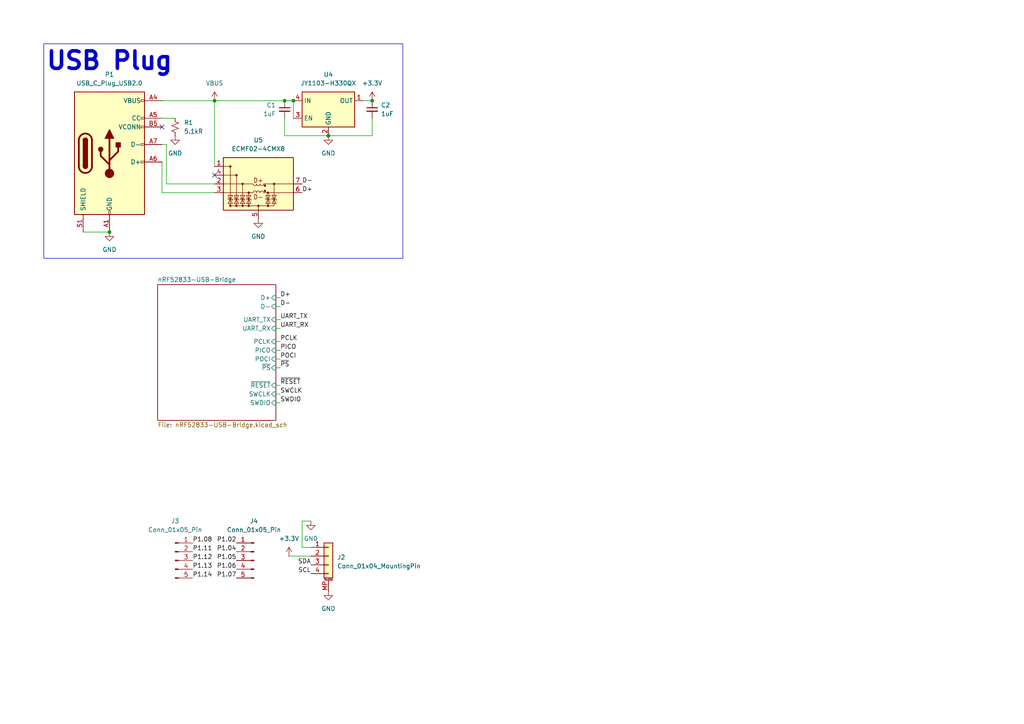
<source format=kicad_sch>
(kicad_sch (version 20250114) (generator "eeschema") (generator_version "9.0")
  (paper "A4")
  (lib_symbols
    (symbol "Connector:Conn_01x05_Pin" (pin_names (offset 1.016) (hide yes))
      (property "Reference" "J" (at 0 7.62 0))
      (property "Value" "Conn_01x05_Pin" (at 0 -7.62 0))
      (symbol "Conn_01x05_Pin_1_1"
        (rectangle (start 0.8636 5.207) (end 0 4.953) (stroke (width 0.1524)) (fill (type outline)))
        (rectangle (start 0.8636 2.667) (end 0 2.413) (stroke (width 0.1524)) (fill (type outline)))
        (rectangle (start 0.8636 0.127) (end 0 -0.127) (stroke (width 0.1524)) (fill (type outline)))
        (rectangle (start 0.8636 -2.413) (end 0 -2.667) (stroke (width 0.1524)) (fill (type outline)))
        (rectangle (start 0.8636 -4.953) (end 0 -5.207) (stroke (width 0.1524)) (fill (type outline)))
        (polyline (pts (xy 1.27 5.08) (xy 0.8636 5.08)) (stroke (width 0.1524)))
        (polyline (pts (xy 1.27 2.54) (xy 0.8636 2.54)) (stroke (width 0.1524)))
        (polyline (pts (xy 1.27 0) (xy 0.8636 0)) (stroke (width 0.1524)))
        (polyline (pts (xy 1.27 -2.54) (xy 0.8636 -2.54)) (stroke (width 0.1524)))
        (polyline (pts (xy 1.27 -5.08) (xy 0.8636 -5.08)) (stroke (width 0.1524)))
        (pin passive line (at 5.08 5.08 180) (length 3.81) (name "Pin_1") (number "1"))
        (pin passive line (at 5.08 2.54 180) (length 3.81) (name "Pin_2") (number "2"))
        (pin passive line (at 5.08 0 180) (length 3.81) (name "Pin_3") (number "3"))
        (pin passive line (at 5.08 -2.54 180) (length 3.81) (name "Pin_4") (number "4"))
        (pin passive line (at 5.08 -5.08 180) (length 3.81) (name "Pin_5") (number "5"))
      )
    )
    (symbol "Connector:USB_C_Plug_USB2.0" (pin_names (offset 1.016))
      (property "Reference" "P" (at -10.16 19.05 0))
      (property "Value" "USB_C_Plug_USB2.0" (at 12.7 19.05 0))
      (symbol "USB_C_Plug_USB2.0_0_0"
        (rectangle (start -0.254 -17.78) (end 0.254 -16.764))
        (rectangle (start 10.16 15.494) (end 9.144 14.986))
        (rectangle (start 10.16 10.414) (end 9.144 9.906))
        (rectangle (start 10.16 7.874) (end 9.144 7.366))
        (rectangle (start 10.16 2.794) (end 9.144 2.286))
        (rectangle (start 10.16 -2.286) (end 9.144 -2.794))
      )
      (symbol "USB_C_Plug_USB2.0_0_1"
        (rectangle (start -10.16 17.78) (end 10.16 -17.78) (stroke (width 0.254)) (fill (type background)))
        (polyline (pts (xy -8.89 -3.81) (xy -8.89 3.81)) (stroke (width 0.508)))
        (rectangle (start -7.62 -3.81) (end -6.35 3.81) (stroke (width 0.254)) (fill (type outline)))
        (arc (start -7.62 3.81) (mid -6.985 4.4423) (end -6.35 3.81) (stroke (width 0.254)))
        (arc (start -7.62 3.81) (mid -6.985 4.4423) (end -6.35 3.81) (stroke (width 0.254)) (fill (type outline)))
        (arc (start -8.89 3.81) (mid -6.985 5.7067) (end -5.08 3.81) (stroke (width 0.508)))
        (arc (start -5.08 -3.81) (mid -6.985 -5.7067) (end -8.89 -3.81) (stroke (width 0.508)))
        (arc (start -6.35 -3.81) (mid -6.985 -4.4423) (end -7.62 -3.81) (stroke (width 0.254)))
        (arc (start -6.35 -3.81) (mid -6.985 -4.4423) (end -7.62 -3.81) (stroke (width 0.254)) (fill (type outline)))
        (polyline (pts (xy -5.08 3.81) (xy -5.08 -3.81)) (stroke (width 0.508)))
        (circle (center -2.54 1.143) (radius 0.635) (stroke (width 0.254)) (fill (type outline)))
        (polyline (pts (xy -1.27 4.318) (xy 0 6.858) (xy 1.27 4.318) (xy -1.27 4.318)) (stroke (width 0.254)) (fill (type outline)))
        (polyline (pts (xy 0 -2.032) (xy 2.54 0.508) (xy 2.54 1.778)) (stroke (width 0.508)))
        (polyline (pts (xy 0 -3.302) (xy -2.54 -0.762) (xy -2.54 0.508)) (stroke (width 0.508)))
        (polyline (pts (xy 0 -5.842) (xy 0 4.318)) (stroke (width 0.508)))
        (circle (center 0 -5.842) (radius 1.27) (fill (type outline)))
        (rectangle (start 1.905 1.778) (end 3.175 3.048) (stroke (width 0.254)) (fill (type outline)))
      )
      (symbol "USB_C_Plug_USB2.0_1_1"
        (pin passive line (at -7.62 -22.86 90) (length 5.08) (name "SHIELD") (number "S1"))
        (pin passive line (at 0 -22.86 90) (length 5.08) (name "GND") (number "A1"))
        (pin passive line (at 0 -22.86 90) (length 5.08) (hide yes) (name "GND") (number "A12"))
        (pin passive line (at 0 -22.86 90) (length 5.08) (hide yes) (name "GND") (number "B1"))
        (pin passive line (at 0 -22.86 90) (length 5.08) (hide yes) (name "GND") (number "B12"))
        (pin passive line (at 15.24 15.24 180) (length 5.08) (name "VBUS") (number "A4"))
        (pin passive line (at 15.24 15.24 180) (length 5.08) (hide yes) (name "VBUS") (number "A9"))
        (pin passive line (at 15.24 15.24 180) (length 5.08) (hide yes) (name "VBUS") (number "B4"))
        (pin passive line (at 15.24 15.24 180) (length 5.08) (hide yes) (name "VBUS") (number "B9"))
        (pin bidirectional line (at 15.24 10.16 180) (length 5.08) (name "CC") (number "A5"))
        (pin bidirectional line (at 15.24 7.62 180) (length 5.08) (name "VCONN") (number "B5"))
        (pin bidirectional line (at 15.24 2.54 180) (length 5.08) (name "D-") (number "A7"))
        (pin bidirectional line (at 15.24 -2.54 180) (length 5.08) (name "D+") (number "A6"))
      )
    )
    (symbol "Connector_Generic_MountingPin:Conn_01x04_MountingPin" (pin_names (offset 1.016) (hide yes))
      (property "Reference" "J" (at 0 5.08 0))
      (property "Value" "Conn_01x04_MountingPin" (at 1.27 -7.62 0))
      (symbol "Conn_01x04_MountingPin_1_1"
        (rectangle (start -1.27 3.81) (end 1.27 -6.35) (stroke (width 0.254)) (fill (type background)))
        (rectangle (start -1.27 2.667) (end 0 2.413) (stroke (width 0.1524)))
        (rectangle (start -1.27 0.127) (end 0 -0.127) (stroke (width 0.1524)))
        (rectangle (start -1.27 -2.413) (end 0 -2.667) (stroke (width 0.1524)))
        (rectangle (start -1.27 -4.953) (end 0 -5.207) (stroke (width 0.1524)))
        (polyline (pts (xy -1.016 -7.112) (xy 1.016 -7.112)) (stroke (width 0.1524)))
        (text "Mounting" (at 0 -6.731 0) (effects (font (size 0.381 0.381))))
        (pin passive line (at -5.08 2.54 0) (length 3.81) (name "Pin_1") (number "1"))
        (pin passive line (at -5.08 0 0) (length 3.81) (name "Pin_2") (number "2"))
        (pin passive line (at -5.08 -2.54 0) (length 3.81) (name "Pin_3") (number "3"))
        (pin passive line (at -5.08 -5.08 0) (length 3.81) (name "Pin_4") (number "4"))
        (pin passive line (at 0 -10.16 90) (length 3.048) (name "MountPin") (number "MP"))
      )
    )
    (symbol "Device:Antenna_Shield" (pin_numbers (hide yes)) (pin_names (offset 1.016) (hide yes))
      (property "Reference" "AE" (at -1.905 4.445 0))
      (property "Value" "Antenna_Shield" (at -1.905 2.54 0))
      (symbol "Antenna_Shield_0_1"
        (arc (start 0 -2.667) (mid -0.8485 -2.1032) (end -0.508 -1.143))
        (polyline (pts (xy 0 5.08) (xy 0 -3.81)) (stroke (width 0.254)))
        (polyline (pts (xy 0 -2.54) (xy 0 0)))
        (arc (start 0.508 -1.143) (mid 0.8046 -2.0885) (end 0 -2.667))
        (polyline (pts (xy 0.762 -1.905) (xy 2.54 -1.905)))
        (circle (center 0.762 -1.905) (radius 0.1778) (fill (type outline)))
        (polyline (pts (xy 1.27 5.08) (xy 0 0) (xy -1.27 5.08)) (stroke (width 0.254)))
        (polyline (pts (xy 2.54 -2.54) (xy 2.54 -1.905)))
      )
      (symbol "Antenna_Shield_1_1"
        (pin input line (at 0 -5.08 90) (length 2.54) (name "A") (number "1"))
        (pin input line (at 2.54 -5.08 90) (length 2.54) (name "Shield") (number "2"))
      )
    )
    (symbol "Device:C_Small" (pin_numbers (hide yes)) (pin_names (offset 0.254) (hide yes))
      (property "Reference" "C" (at 0.254 1.778 0))
      (property "Value" "C_Small" (at 0.254 -2.032 0))
      (symbol "C_Small_0_1"
        (polyline (pts (xy -1.524 0.508) (xy 1.524 0.508)) (stroke (width 0.3048)))
        (polyline (pts (xy -1.524 -0.508) (xy 1.524 -0.508)) (stroke (width 0.3302)))
      )
      (symbol "C_Small_1_1"
        (pin passive line (at 0 2.54 270) (length 2.032) (name "~") (number "1"))
        (pin passive line (at 0 -2.54 90) (length 2.032) (name "~") (number "2"))
      )
    )
    (symbol "Device:Crystal_GND24_Small" (pin_names (offset 1.016) (hide yes))
      (property "Reference" "Y" (at 1.27 4.445 0))
      (property "Value" "Crystal_GND24_Small" (at 1.27 2.54 0))
      (symbol "Crystal_GND24_Small_0_1"
        (polyline (pts (xy -1.27 1.27) (xy -1.27 1.905) (xy 1.27 1.905) (xy 1.27 1.27)))
        (polyline (pts (xy -1.27 -0.762) (xy -1.27 0.762)) (stroke (width 0.381)))
        (polyline (pts (xy -1.27 -1.27) (xy -1.27 -1.905) (xy 1.27 -1.905) (xy 1.27 -1.27)))
        (rectangle (start -0.762 -1.524) (end 0.762 1.524))
        (polyline (pts (xy 1.27 -0.762) (xy 1.27 0.762)) (stroke (width 0.381)))
      )
      (symbol "Crystal_GND24_Small_1_1"
        (pin passive line (at -2.54 0 0) (length 1.27) (name "1") (number "1"))
        (pin passive line (at 0 2.54 270) (length 0.635) (name "4") (number "4"))
        (pin passive line (at 0 -2.54 90) (length 0.635) (name "2") (number "2"))
        (pin passive line (at 2.54 0 180) (length 1.27) (name "3") (number "3"))
      )
    )
    (symbol "Device:FerriteBead_Small" (pin_numbers (hide yes)) (pin_names (offset 0))
      (property "Reference" "FB" (at 1.905 1.27 0))
      (property "Value" "FerriteBead_Small" (at 1.905 -1.27 0))
      (symbol "FerriteBead_Small_0_1"
        (polyline (pts (xy -1.8288 0.2794) (xy -1.1176 1.4986) (xy 1.8288 -0.2032) (xy 1.1176 -1.4224) (xy -1.8288 0.2794)))
        (polyline (pts (xy 0 0.889) (xy 0 1.2954)))
        (polyline (pts (xy 0 -1.27) (xy 0 -0.7874)))
      )
      (symbol "FerriteBead_Small_1_1"
        (pin passive line (at 0 2.54 270) (length 1.27) (name "~") (number "1"))
        (pin passive line (at 0 -2.54 90) (length 1.27) (name "~") (number "2"))
      )
    )
    (symbol "Device:L_Small" (pin_numbers (hide yes)) (pin_names (offset 0.254) (hide yes))
      (property "Reference" "L" (at 0.762 1.016 0))
      (property "Value" "L_Small" (at 0.762 -1.016 0))
      (symbol "L_Small_0_1"
        (arc (start 0 2.032) (mid 0.5058 1.524) (end 0 1.016))
        (arc (start 0 1.016) (mid 0.5058 0.508) (end 0 0))
        (arc (start 0 0) (mid 0.5058 -0.508) (end 0 -1.016))
        (arc (start 0 -1.016) (mid 0.5058 -1.524) (end 0 -2.032))
      )
      (symbol "L_Small_1_1"
        (pin passive line (at 0 2.54 270) (length 0.508) (name "~") (number "1"))
        (pin passive line (at 0 -2.54 90) (length 0.508) (name "~") (number "2"))
      )
    )
    (symbol "Device:R_Small_US" (pin_numbers (hide yes)) (pin_names (offset 0.254) (hide yes))
      (property "Reference" "R" (at 0.762 0.508 0))
      (property "Value" "R_Small_US" (at 0.762 -1.016 0))
      (symbol "R_Small_US_1_1"
        (polyline (pts (xy 0 1.524) (xy 1.016 1.143) (xy 0 0.762) (xy -1.016 0.381) (xy 0 0)))
        (polyline (pts (xy 0 0) (xy 1.016 -0.381) (xy 0 -0.762) (xy -1.016 -1.143) (xy 0 -1.524)))
        (pin passive line (at 0 2.54 270) (length 1.016) (name "~") (number "1"))
        (pin passive line (at 0 -2.54 90) (length 1.016) (name "~") (number "2"))
      )
    )
    (symbol "LED:WS2812B-2020" (pin_names (offset 0.254))
      (property "Reference" "D" (at 5.08 5.715 0))
      (property "Value" "WS2812B-2020" (at 1.27 -5.715 0))
      (symbol "WS2812B-2020_0_0"
        (text "RGB" (at 2.286 -4.191 0) (effects (font (size 0.762 0.762))))
      )
      (symbol "WS2812B-2020_0_1"
        (polyline (pts (xy 1.27 -2.54) (xy 1.778 -2.54)))
        (polyline (pts (xy 1.27 -3.556) (xy 1.778 -3.556)))
        (polyline (pts (xy 2.286 -1.524) (xy 1.27 -2.54) (xy 1.27 -2.032)))
        (polyline (pts (xy 2.286 -2.54) (xy 1.27 -3.556) (xy 1.27 -3.048)))
        (polyline (pts (xy 3.683 -1.016) (xy 3.683 -3.556) (xy 3.683 -4.064)))
        (polyline (pts (xy 4.699 -1.524) (xy 2.667 -1.524) (xy 3.683 -3.556) (xy 4.699 -1.524)))
        (polyline (pts (xy 4.699 -3.556) (xy 2.667 -3.556)))
        (rectangle (start 5.08 5.08) (end -5.08 -5.08) (stroke (width 0.254)) (fill (type background)))
      )
      (symbol "WS2812B-2020_1_1"
        (pin input line (at -7.62 0 0) (length 2.54) (name "DIN") (number "3"))
        (pin power_in line (at 0 7.62 270) (length 2.54) (name "VDD") (number "4"))
        (pin power_in line (at 0 -7.62 90) (length 2.54) (name "VSS") (number "2"))
        (pin output line (at 7.62 0 180) (length 2.54) (name "DOUT") (number "1"))
      )
    )
    (symbol "PCM_nordic-lib-kicad-nrf54l:nRF54L15-QFXX"
      (property "Reference" "U" (at 0 0 0))
      (property "Value" "nRF54L15-QFXX" (at 0 -2.54 0))
      (symbol "nRF54L15-QFXX_0_0"
        (pin bidirectional line (at -27.94 50.8 0) (length 2.54) (name "XC1") (number "34"))
        (pin bidirectional line (at -27.94 45.72 0) (length 2.54) (name "XC2") (number "35"))
        (pin bidirectional line (at -27.94 25.4 0) (length 2.54) (name "P0.00") (number "23"))
        (pin bidirectional line (at -27.94 22.86 0) (length 2.54) (name "P0.01") (number "24"))
        (pin bidirectional line (at -27.94 20.32 0) (length 2.54) (name "P0.02") (number "27"))
        (pin passive line (at 0 -58.42 90) (length 2.54) (hide yes) (name "VSS_PA") (number "32"))
        (pin power_in line (at 0 -58.42 90) (length 2.54) (name "VSS") (number "44"))
        (pin passive line (at 27.94 50.8 180) (length 2.54) (name "DECA") (number "43"))
        (pin passive line (at 27.94 48.26 180) (length 2.54) (name "DECRF") (number "33"))
        (pin passive line (at 27.94 45.72 180) (length 2.54) (name "DECD") (number "45"))
        (pin power_out line (at 27.94 40.64 180) (length 2.54) (name "DCC") (number "46"))
        (pin output line (at 27.94 0 180) (length 2.54) (name "ANT") (number "31"))
        (pin input line (at 27.94 -43.18 180) (length 2.54) (name "~{RESET}") (number "30"))
        (pin bidirectional line (at 27.94 -50.8 180) (length 2.54) (name "SWDIO") (number "25"))
      )
      (symbol "nRF54L15-QFXX_1_0"
        (pin bidirectional line (at -27.94 38.1 0) (length 2.54) (name "P1.00") (number "1"))
        (pin bidirectional line (at -27.94 33.02 0) (length 2.54) (name "P1.01") (number "2"))
        (pin bidirectional line (at -27.94 17.78 0) (length 2.54) (name "P0.03") (number "28"))
        (pin bidirectional line (at -27.94 15.24 0) (length 2.54) (name "P0.04") (number "29"))
        (pin bidirectional line (at -27.94 10.16 0) (length 2.54) (name "P1.02") (number "3"))
        (pin bidirectional line (at -27.94 7.62 0) (length 2.54) (name "P1.03") (number "4"))
        (pin bidirectional line (at -27.94 5.08 0) (length 2.54) (name "P1.04") (number "5"))
        (pin bidirectional line (at -27.94 2.54 0) (length 2.54) (name "P1.05") (number "6"))
        (pin bidirectional line (at -27.94 0 0) (length 2.54) (name "P1.06") (number "7"))
        (pin bidirectional line (at -27.94 -2.54 0) (length 2.54) (name "P1.07") (number "8"))
        (pin bidirectional line (at -27.94 -5.08 0) (length 2.54) (name "P1.08") (number "9"))
        (pin bidirectional line (at -27.94 -7.62 0) (length 2.54) (name "P1.09") (number "37"))
        (pin bidirectional line (at -27.94 -10.16 0) (length 2.54) (name "P1.10") (number "38"))
        (pin bidirectional line (at -27.94 -12.7 0) (length 2.54) (name "P1.11") (number "39"))
        (pin bidirectional line (at -27.94 -15.24 0) (length 2.54) (name "P1.12") (number "40"))
        (pin bidirectional line (at -27.94 -17.78 0) (length 2.54) (name "P1.13") (number "41"))
        (pin bidirectional line (at -27.94 -20.32 0) (length 2.54) (name "P1.14") (number "42"))
        (pin bidirectional line (at -27.94 -25.4 0) (length 2.54) (name "P2.00") (number "11"))
        (pin bidirectional line (at -27.94 -27.94 0) (length 2.54) (name "P2.01") (number "12"))
        (pin bidirectional line (at -27.94 -30.48 0) (length 2.54) (name "P2.02") (number "13"))
        (pin bidirectional line (at -27.94 -33.02 0) (length 2.54) (name "P2.03") (number "14"))
        (pin bidirectional line (at -27.94 -35.56 0) (length 2.54) (name "P2.04") (number "15"))
        (pin bidirectional line (at -27.94 -38.1 0) (length 2.54) (name "P2.05") (number "16"))
        (pin bidirectional line (at -27.94 -40.64 0) (length 2.54) (name "P2.06") (number "17"))
        (pin bidirectional line (at -27.94 -43.18 0) (length 2.54) (name "P2.07") (number "18"))
        (pin bidirectional line (at -27.94 -45.72 0) (length 2.54) (name "P2.08") (number "19"))
        (pin bidirectional line (at -27.94 -48.26 0) (length 2.54) (name "P2.09") (number "20"))
        (pin bidirectional line (at -27.94 -50.8 0) (length 2.54) (name "P2.10") (number "21"))
        (pin power_in line (at 0 58.42 270) (length 2.54) (name "VDD") (number "10"))
        (pin passive line (at 0 58.42 270) (length 2.54) (hide yes) (name "VDD") (number "22"))
        (pin passive line (at 0 58.42 270) (length 2.54) (hide yes) (name "VDD") (number "36"))
        (pin passive line (at 0 58.42 270) (length 2.54) (hide yes) (name "VDD") (number "47"))
        (pin passive line (at 0 58.42 270) (length 2.54) (hide yes) (name "VDD") (number "48"))
        (pin passive line (at 0 -58.42 90) (length 2.54) (hide yes) (name "VSS") (number "49"))
        (pin input line (at 27.94 -48.26 180) (length 2.54) (name "SWDCLK") (number "26"))
      )
      (symbol "nRF54L15-QFXX_1_1"
        (rectangle (start -25.4 55.88) (end 25.4 -55.88) (fill (type background)))
        (text "CLK" (at -16.51 17.78 0) (effects (font (size 1.27 1.27))))
        (text "CLK" (at -16.51 15.24 0) (effects (font (size 1.27 1.27))))
        (text "CLK" (at -16.51 7.62 0) (effects (font (size 1.27 1.27))))
        (text "CLK" (at -16.51 5.08 0) (effects (font (size 1.27 1.27))))
        (text "CLK" (at -16.51 -5.08 0) (effects (font (size 1.27 1.27))))
        (text "CLK" (at -16.51 -12.7 0) (effects (font (size 1.27 1.27))))
        (text "CLK" (at -16.51 -15.24 0) (effects (font (size 1.27 1.27))))
        (text "CLK" (at -16.51 -27.94 0) (effects (font (size 1.27 1.27))))
        (text "CLK" (at -16.51 -40.64 0) (effects (font (size 1.27 1.27))))
      )
    )
    (symbol "Regulator_Linear:NCP115AMX250TCG"
      (property "Reference" "U" (at 2.54 10.16 0))
      (property "Value" "NCP115AMX250TCG" (at 10.16 7.62 0))
      (symbol "NCP115AMX250TCG_0_1"
        (rectangle (start -7.62 5.08) (end 7.62 -5.08) (stroke (width 0.254)) (fill (type background)))
      )
      (symbol "NCP115AMX250TCG_1_1"
        (pin power_in line (at -10.16 2.54 0) (length 2.54) (name "IN") (number "4"))
        (pin input line (at -10.16 -2.54 0) (length 2.54) (name "EN") (number "3"))
        (pin power_in line (at 0 -7.62 90) (length 2.54) (name "GND") (number "2"))
        (pin passive line (at 0 -7.62 90) (length 2.54) (hide yes) (name "GND") (number "5"))
        (pin power_out line (at 10.16 2.54 180) (length 2.54) (name "OUT") (number "1"))
      )
    )
    (symbol "Switch:SW_Push" (pin_numbers (hide yes)) (pin_names (offset 1.016) (hide yes))
      (property "Reference" "SW" (at 1.27 2.54 0))
      (property "Value" "SW_Push" (at 0 -1.524 0))
      (symbol "SW_Push_0_1"
        (circle (center -2.032 0) (radius 0.508))
        (polyline (pts (xy 0 1.27) (xy 0 3.048)))
        (circle (center 2.032 0) (radius 0.508))
        (polyline (pts (xy 2.54 1.27) (xy -2.54 1.27)))
        (pin passive line (at -5.08 0 0) (length 2.54) (name "1") (number "1"))
        (pin passive line (at 5.08 0 180) (length 2.54) (name "2") (number "2"))
      )
    )
    (symbol "hlord2000-Power_Protection:ECMF02-4CMX8" (pin_names (offset 0.0254) (hide yes))
      (property "Reference" "U" (at 0 12.7 0))
      (property "Value" "ECMF02-4CMX8" (at 0 10.16 0))
      (symbol "ECMF02-4CMX8_0_0"
        (pin input line (at -12.7 2.54 0) (length 2.54) (name "ID") (number "4"))
        (pin input line (at -12.7 0 0) (length 2.54) (name "D-_in") (number "2"))
        (pin input line (at -12.7 -2.54 0) (length 2.54) (name "D+_in") (number "3"))
        (pin power_in line (at 0 -10.16 90) (length 2.54) (name "GND") (number "5"))
        (pin output line (at 12.7 0 180) (length 2.54) (name "D-_out") (number "7"))
        (pin output line (at 12.7 -2.54 180) (length 2.54) (name "D+_out") (number "6"))
      )
      (symbol "ECMF02-4CMX8_0_1"
        (rectangle (start -10.16 7.62) (end 10.16 -7.62) (stroke (width 0.254)) (fill (type background)))
        (polyline (pts (xy -10.16 5.08) (xy -8.128 5.08)))
        (polyline (pts (xy -10.16 0) (xy -1.524 0)))
        (polyline (pts (xy -10.16 -2.54) (xy -1.524 -2.54)))
        (polyline (pts (xy -8.128 -6.35) (xy -8.128 5.08)))
        (polyline (pts (xy -8.128 -6.35) (xy 4.572 -6.35)))
        (polyline (pts (xy -6.35 2.54) (xy -10.16 2.54)))
        (polyline (pts (xy -6.35 -6.35) (xy -6.35 2.54)))
        (polyline (pts (xy -4.572 0) (xy -4.572 -6.35)))
        (polyline (pts (xy -2.794 -2.54) (xy -2.794 -6.35)))
        (arc (start -0.508 -0.0377) (mid -1.016 -0.5094) (end -1.524 -0.0377))
        (arc (start -1.524 -2.5023) (mid -1.016 -2.0306) (end -0.508 -2.5023))
        (arc (start 0.508 -0.0377) (mid 0 -0.5094) (end -0.508 -0.0377))
        (arc (start -0.508 -2.5023) (mid 0 -2.0306) (end 0.508 -2.5023))
        (polyline (pts (xy 0 -7.62) (xy 0 -6.35)))
        (arc (start 1.524 -0.0377) (mid 1.016 -0.5094) (end 0.508 -0.0377))
        (arc (start 0.508 -2.5023) (mid 1.016 -2.0306) (end 1.524 -2.5023))
        (polyline (pts (xy 2.54 0) (xy 1.524 0)))
        (polyline (pts (xy 2.54 0) (xy 10.16 0)))
        (polyline (pts (xy 2.54 -2.54) (xy 1.524 -2.54)))
        (polyline (pts (xy 2.54 -2.54) (xy 10.16 -2.54)))
        (polyline (pts (xy 2.794 -2.54) (xy 2.794 -6.35)))
        (polyline (pts (xy 4.572 0) (xy 4.572 -6.35)))
        (text "D+" (at 0 1.016 0) (effects (font (size 1.27 1.27))))
        (text "D-" (at 0 -3.81 0) (effects (font (size 1.27 1.27))))
      )
      (symbol "ECMF02-4CMX8_1_0"
        (pin power_in line (at -12.7 5.08 0) (length 2.54) (name "VBUS") (number "1"))
        (pin passive line (at 0 -10.16 90) (length 2.54) (hide yes) (name "GND") (number "8"))
      )
      (symbol "ECMF02-4CMX8_1_1"
        (polyline (pts (xy -8.763 -4.064) (xy -8.763 -4.445) (xy -7.493 -4.445)))
        (polyline (pts (xy -8.763 -5.715) (xy -7.493 -5.715) (xy -8.128 -4.445) (xy -8.763 -5.715)))
        (circle (center -8.128 5.08) (radius 0.254) (fill (type outline)))
        (circle (center -8.128 -6.35) (radius 0.254) (fill (type outline)))
        (polyline (pts (xy -7.493 -3.302) (xy -8.763 -3.302) (xy -8.128 -4.572) (xy -7.493 -3.302)))
        (polyline (pts (xy -7.493 -4.826) (xy -7.493 -4.445) (xy -8.763 -4.445)))
        (polyline (pts (xy -6.985 -4.064) (xy -6.985 -4.445) (xy -5.715 -4.445)))
        (polyline (pts (xy -6.985 -5.715) (xy -5.715 -5.715) (xy -6.35 -4.445) (xy -6.985 -5.715)))
        (circle (center -6.35 2.54) (radius 0.254) (fill (type outline)))
        (circle (center -6.35 -6.35) (radius 0.254) (fill (type outline)))
        (polyline (pts (xy -5.715 -3.302) (xy -6.985 -3.302) (xy -6.35 -4.572) (xy -5.715 -3.302)))
        (polyline (pts (xy -5.715 -4.826) (xy -5.715 -4.445) (xy -6.985 -4.445)))
        (polyline (pts (xy -5.207 -4.064) (xy -5.207 -4.445) (xy -3.937 -4.445)))
        (polyline (pts (xy -5.207 -5.715) (xy -3.937 -5.715) (xy -4.572 -4.445) (xy -5.207 -5.715)))
        (circle (center -4.572 0) (radius 0.254) (fill (type outline)))
        (circle (center -4.572 -6.35) (radius 0.254) (fill (type outline)))
        (polyline (pts (xy -3.937 -3.302) (xy -5.207 -3.302) (xy -4.572 -4.572) (xy -3.937 -3.302)))
        (polyline (pts (xy -3.937 -4.826) (xy -3.937 -4.445) (xy -5.207 -4.445)))
        (polyline (pts (xy -3.429 -4.064) (xy -3.429 -4.445) (xy -2.159 -4.445)))
        (polyline (pts (xy -3.429 -5.715) (xy -2.159 -5.715) (xy -2.794 -4.445) (xy -3.429 -5.715)))
        (circle (center -2.794 -2.54) (radius 0.254) (fill (type outline)))
        (circle (center -2.794 -6.35) (radius 0.254) (fill (type outline)))
        (polyline (pts (xy -2.159 -3.302) (xy -3.429 -3.302) (xy -2.794 -4.572) (xy -2.159 -3.302)))
        (polyline (pts (xy -2.159 -4.826) (xy -2.159 -4.445) (xy -3.429 -4.445)))
        (circle (center 0 -6.35) (radius 0.254) (fill (type outline)))
        (circle (center 1.905 -0.508) (radius 0.254) (fill (type outline)))
        (circle (center 1.905 -2.032) (radius 0.254) (fill (type outline)))
        (polyline (pts (xy 2.159 -4.064) (xy 2.159 -4.445) (xy 3.429 -4.445)))
        (polyline (pts (xy 2.159 -5.715) (xy 3.429 -5.715) (xy 2.794 -4.445) (xy 2.159 -5.715)))
        (circle (center 2.794 -2.54) (radius 0.254) (fill (type outline)))
        (circle (center 2.794 -6.35) (radius 0.254) (fill (type outline)))
        (polyline (pts (xy 3.429 -3.302) (xy 2.159 -3.302) (xy 2.794 -4.572) (xy 3.429 -3.302)))
        (polyline (pts (xy 3.429 -4.826) (xy 3.429 -4.445) (xy 2.159 -4.445)))
        (polyline (pts (xy 3.937 -4.064) (xy 3.937 -4.445) (xy 5.207 -4.445)))
        (polyline (pts (xy 3.937 -5.715) (xy 5.207 -5.715) (xy 4.572 -4.445) (xy 3.937 -5.715)))
        (circle (center 4.572 0) (radius 0.254) (fill (type outline)))
        (polyline (pts (xy 5.207 -3.302) (xy 3.937 -3.302) (xy 4.572 -4.572) (xy 5.207 -3.302)))
        (polyline (pts (xy 5.207 -4.826) (xy 5.207 -4.445) (xy 3.937 -4.445)))
      )
    )
    (symbol "power:+3.3V" (power) (pin_numbers (hide yes)) (pin_names (offset 0) (hide yes))
      (property "Value" "+3.3V" (at 0 3.556 0))
      (symbol "+3.3V_0_1"
        (polyline (pts (xy -0.762 1.27) (xy 0 2.54)))
        (polyline (pts (xy 0 2.54) (xy 0.762 1.27)))
        (polyline (pts (xy 0 0) (xy 0 2.54)))
      )
      (symbol "+3.3V_1_1"
        (pin power_in line (at 0 0 90) (length 0) (name "~") (number "1"))
      )
    )
    (symbol "power:GND" (power) (pin_numbers (hide yes)) (pin_names (offset 0) (hide yes))
      (property "Value" "GND" (at 0 -3.81 0))
      (symbol "GND_0_1"
        (polyline (pts (xy 0 0) (xy 0 -1.27) (xy 1.27 -1.27) (xy 0 -2.54) (xy -1.27 -1.27) (xy 0 -1.27)))
      )
      (symbol "GND_1_1"
        (pin power_in line (at 0 0 270) (length 0) (name "~") (number "1"))
      )
    )
    (symbol "power:VBUS" (power) (pin_numbers (hide yes)) (pin_names (offset 0) (hide yes))
      (property "Value" "VBUS" (at 0 3.556 0))
      (symbol "VBUS_0_1"
        (polyline (pts (xy -0.762 1.27) (xy 0 2.54)))
        (polyline (pts (xy 0 2.54) (xy 0.762 1.27)))
        (polyline (pts (xy 0 0) (xy 0 2.54)))
      )
      (symbol "VBUS_1_1"
        (pin power_in line (at 0 0 90) (length 0) (name "~") (number "1"))
      )
    )
  )
  (rectangle (start 12.7 12.7) (end 116.84 74.93))
  (text "USB Plug" (at 31.75 17.78 0) (effects (font (size 5.08 5.08) (thickness 1.016) (bold yes))))
  (junction (at 452.12 25.4))
  (junction (at 107.95 29.21))
  (junction (at 368.3 41.91))
  (junction (at 488.95 90.17))
  (junction (at 449.58 49.53))
  (junction (at 95.25 39.37))
  (junction (at 464.82 95.25))
  (junction (at 429.26 25.4))
  (junction (at 85.09 29.21))
  (junction (at 31.75 67.31))
  (junction (at 417.83 20.32))
  (junction (at 480.06 44.45))
  (junction (at 464.82 90.17))
  (junction (at 469.9 39.37))
  (junction (at 62.23 29.21))
  (junction (at 449.58 44.45))
  (junction (at 429.26 20.32))
  (junction (at 439.42 44.45))
  (junction (at 440.69 20.32))
  (junction (at 463.55 20.32))
  (junction (at 440.69 25.4))
  (junction (at 452.12 90.17))
  (junction (at 463.55 25.4))
  (junction (at 449.58 39.37))
  (junction (at 477.52 90.17))
  (junction (at 439.42 39.37))
  (junction (at 452.12 20.32))
  (junction (at 459.74 39.37))
  (junction (at 488.95 95.25))
  (junction (at 477.52 95.25))
  (junction (at 82.55 29.21))
  (junction (at 469.9 44.45))
  (no_connect (at 46.99 36.83))
  (no_connect (at 354.33 82.55))
  (no_connect (at 62.23 50.8))
  (wire (pts (xy 62.23 29.21) (xy 62.23 48.26)))
  (wire (pts (xy 469.9 39.37) (xy 480.06 39.37)))
  (wire (pts (xy 439.42 39.37) (xy 439.42 41.91)))
  (wire (pts (xy 455.93 90.17) (xy 452.12 90.17)))
  (wire (pts (xy 477.52 95.25) (xy 488.95 95.25)))
  (wire (pts (xy 452.12 25.4) (xy 463.55 25.4)))
  (wire (pts (xy 468.63 90.17) (xy 464.82 90.17)))
  (wire (pts (xy 87.63 158.75) (xy 90.17 158.75)))
  (wire (pts (xy 365.76 41.91) (xy 368.3 41.91)))
  (wire (pts (xy 46.99 41.91) (xy 48.26 41.91)))
  (wire (pts (xy 81.28 114.3) (xy 80.01 114.3)))
  (wire (pts (xy 80.01 106.68) (xy 81.28 106.68)))
  (wire (pts (xy 497.84 90.17) (xy 488.95 90.17)))
  (wire (pts (xy 429.26 25.4) (xy 440.69 25.4)))
  (wire (pts (xy 417.83 25.4) (xy 429.26 25.4)))
  (wire (pts (xy 83.82 161.29) (xy 90.17 161.29)))
  (wire (pts (xy 80.01 104.14) (xy 81.28 104.14)))
  (wire (pts (xy 48.26 53.34) (xy 62.23 53.34)))
  (wire (pts (xy 48.26 41.91) (xy 48.26 53.34)))
  (wire (pts (xy 62.23 29.21) (xy 82.55 29.21)))
  (wire (pts (xy 417.83 20.32) (xy 429.26 20.32)))
  (wire (pts (xy 440.69 25.4) (xy 452.12 25.4)))
  (wire (pts (xy 449.58 39.37) (xy 459.74 39.37)))
  (wire (pts (xy 81.28 116.84) (xy 80.01 116.84)))
  (wire (pts (xy 477.52 90.17) (xy 473.71 90.17)))
  (wire (pts (xy 469.9 44.45) (xy 480.06 44.45)))
  (wire (pts (xy 82.55 29.21) (xy 85.09 29.21)))
  (wire (pts (xy 447.04 138.43) (xy 439.42 138.43)))
  (wire (pts (xy 439.42 44.45) (xy 449.58 44.45)))
  (wire (pts (xy 369.57 82.55) (xy 383.54 82.55)))
  (wire (pts (xy 439.42 39.37) (xy 449.58 39.37)))
  (wire (pts (xy 440.69 20.32) (xy 452.12 20.32)))
  (wire (pts (xy 429.26 20.32) (xy 440.69 20.32)))
  (wire (pts (xy 464.82 95.25) (xy 477.52 95.25)))
  (wire (pts (xy 452.12 90.17) (xy 448.31 90.17)))
  (wire (pts (xy 107.95 34.29) (xy 107.95 39.37)))
  (wire (pts (xy 370.84 39.37) (xy 383.54 39.37)))
  (wire (pts (xy 459.74 39.37) (xy 469.9 39.37)))
  (wire (pts (xy 105.41 29.21) (xy 107.95 29.21)))
  (wire (pts (xy 368.3 41.91) (xy 373.38 41.91)))
  (wire (pts (xy 447.04 133.35) (xy 439.42 133.35)))
  (wire (pts (xy 367.03 63.5) (xy 367.03 69.85)))
  (wire (pts (xy 477.52 90.17) (xy 488.95 90.17)))
  (wire (pts (xy 81.28 86.36) (xy 80.01 86.36)))
  (wire (pts (xy 411.48 20.32) (xy 411.48 31.75)))
  (wire (pts (xy 417.83 20.32) (xy 411.48 20.32)))
  (wire (pts (xy 87.63 151.13) (xy 87.63 158.75)))
  (wire (pts (xy 464.82 90.17) (xy 461.01 90.17)))
  (wire (pts (xy 90.17 151.13) (xy 87.63 151.13)))
  (wire (pts (xy 80.01 101.6) (xy 81.28 101.6)))
  (wire (pts (xy 81.28 111.76) (xy 80.01 111.76)))
  (wire (pts (xy 46.99 46.99) (xy 46.99 55.88)))
  (wire (pts (xy 443.23 90.17) (xy 439.42 90.17)))
  (wire (pts (xy 480.06 49.53) (xy 449.58 49.53)))
  (wire (pts (xy 82.55 39.37) (xy 95.25 39.37)))
  (wire (pts (xy 370.84 44.45) (xy 383.54 44.45)))
  (wire (pts (xy 46.99 34.29) (xy 50.8 34.29)))
  (wire (pts (xy 24.13 67.31) (xy 31.75 67.31)))
  (wire (pts (xy 85.09 29.21) (xy 85.09 34.29)))
  (wire (pts (xy 447.04 140.97) (xy 439.42 140.97)))
  (wire (pts (xy 367.03 69.85) (xy 383.54 69.85)))
  (wire (pts (xy 81.28 92.71) (xy 80.01 92.71)))
  (wire (pts (xy 107.95 39.37) (xy 95.25 39.37)))
  (wire (pts (xy 46.99 55.88) (xy 62.23 55.88)))
  (wire (pts (xy 459.74 44.45) (xy 469.9 44.45)))
  (wire (pts (xy 62.23 29.21) (xy 46.99 29.21)))
  (wire (pts (xy 82.55 34.29) (xy 82.55 39.37)))
  (wire (pts (xy 480.06 44.45) (xy 480.06 49.53)))
  (wire (pts (xy 81.28 88.9) (xy 80.01 88.9)))
  (wire (pts (xy 80.01 99.06) (xy 81.28 99.06)))
  (wire (pts (xy 452.12 20.32) (xy 463.55 20.32)))
  (wire (pts (xy 452.12 95.25) (xy 464.82 95.25)))
  (wire (pts (xy 81.28 95.25) (xy 80.01 95.25)))
  (label "SDA" (at 90.17 163.83 180))
  (label "P1.11" (at 383.54 102.87 180))
  (label "P1.05" (at 383.54 87.63 180))
  (label "~{PS}" (at 383.54 123.19 180))
  (label "UART_TX" (at 383.54 64.77 180))
  (label "SCL" (at 90.17 166.37 180))
  (label "~{RESET}" (at 81.28 111.76 0))
  (label "P1.07" (at 383.54 92.71 180))
  (label "SWCLK" (at 447.04 138.43 180))
  (label "POCI" (at 81.28 104.14 0))
  (label "SWDIO" (at 81.28 116.84 0))
  (label "SWCLK" (at 81.28 114.3 0))
  (label "P1.05" (at 68.58 162.56 180))
  (label "SDA" (at 383.54 72.39 180))
  (label "D+" (at 81.28 86.36 0))
  (label "P1.06" (at 383.54 90.17 180))
  (label "PICO" (at 81.28 101.6 0))
  (label "P1.04" (at 68.58 160.02 180))
  (label "POCI" (at 383.54 125.73 180))
  (label "D+" (at 87.63 55.88 0))
  (label "D-" (at 87.63 53.34 0))
  (label "SWDIO" (at 447.04 140.97 180))
  (label "PCLK" (at 383.54 118.11 180))
  (label "P1.14" (at 383.54 110.49 180))
  (label "UART_RX" (at 383.54 67.31 180))
  (label "P1.11" (at 55.88 160.02 0))
  (label "P1.12" (at 383.54 105.41 180))
  (label "P1.08" (at 55.88 157.48 0))
  (label "P1.04" (at 383.54 85.09 180))
  (label "~{PS}" (at 81.28 106.68 0))
  (label "P1.13" (at 383.54 107.95 180))
  (label "~{RESET}" (at 447.04 133.35 180))
  (label "P1.02" (at 68.58 157.48 180))
  (label "P1.07" (at 68.58 167.64 180))
  (label "P1.06" (at 68.58 165.1 180))
  (label "P1.02" (at 383.54 80.01 180))
  (label "P1.14" (at 55.88 167.64 0))
  (label "D-" (at 81.28 88.9 0))
  (label "PCLK" (at 81.28 99.06 0))
  (label "UART_TX" (at 81.28 92.71 0))
  (label "P1.08" (at 383.54 95.25 180))
  (label "SCL" (at 383.54 74.93 180))
  (label "P1.12" (at 55.88 162.56 0))
  (label "P1.13" (at 55.88 165.1 0))
  (label "UART_RX" (at 81.28 95.25 0))
  (label "PICO" (at 383.54 120.65 180))
  (symbol (lib_id "Device:R_Small_US") (at 50.8 36.83 0) (unit 1)
    (property "Reference" "R1" (at 53.34 35.5599 0) (effects (justify left)))
    (property "Value" "5.1kR" (at 53.34 38.0999 0) (effects (justify left)))
    (property "Footprint" "Resistor_SMD:R_0402_1005Metric" (effects (hide yes)))
    (property "Description" "Resistor, small US symbol" (effects (hide yes)))
  )
  (symbol (lib_id "power:GND") (at 500.38 90.17 0) (unit 1)
    (property "Reference" "#PWR022" (effects (hide yes)))
    (property "Value" "GND" (at 500.38 95.25 0))
    (property "Description" "Power symbol creates a global label with name \"GND\" , ground" (effects (hide yes)))
  )
  (symbol (lib_id "Device:C_Small") (at 463.55 22.86 0) (mirror y) (unit 1)
    (property "Reference" "C16" (at 466.09 21.5962 0) (effects (justify right)))
    (property "Value" "100nF" (at 466.09 24.1362 0) (effects (justify right)))
    (property "Footprint" "Capacitor_SMD:C_0402_1005Metric" (effects (hide yes)))
    (property "Description" "Unpolarized capacitor, small symbol" (effects (hide yes)))
  )
  (symbol (lib_id "Regulator_Linear:NCP115AMX250TCG") (at 95.25 31.75 0) (unit 1)
    (property "Reference" "U4" (at 95.25 21.59 0))
    (property "Value" "JY1103-H330QX" (at 95.25 24.13 0))
    (property "Footprint" "Package_DFN_QFN:OnSemi_XDFN4-1EP_1.0x1.0mm_EP0.52x0.52mm" (effects (hide yes)))
    (property "Datasheet" "https://wmsc.lcsc.com/wmsc/upload/file/pdf/v2/lcsc/2207062345_Shenzhen-JingYang-JY1103-H330QX_C3038104.pdf" (effects (hide yes)))
    (property "Description" "300mA Low-Dropout Linear Regulators, 3.3V output voltage, LDO with low noise and enable pin, XDFN-4" (effects (hide yes)))
    (property "LCSC" "C3038104" (effects (hide yes)))
  )
  (symbol (lib_id "power:GND") (at 74.93 63.5 0) (unit 1)
    (property "Reference" "#PWR031" (effects (hide yes)))
    (property "Value" "GND" (at 74.93 68.58 0))
    (property "Description" "Power symbol creates a global label with name \"GND\" , ground" (effects (hide yes)))
  )
  (symbol (lib_id "Device:C_Small") (at 488.95 92.71 0) (unit 1) (in_bom no) (dnp yes)
    (property "Reference" "C24" (at 491.49 91.4462 0) (effects (justify left)))
    (property "Value" "DNP" (at 491.49 93.9862 0) (effects (justify left)))
    (property "Footprint" "Capacitor_SMD:C_0402_1005Metric" (effects (hide yes)))
    (property "Description" "Unpolarized capacitor, small symbol" (effects (hide yes)))
  )
  (symbol (lib_id "Device:L_Small") (at 471.17 90.17 90) (unit 1)
    (property "Reference" "L4" (at 471.17 85.09 90))
    (property "Value" "3.5nH" (at 471.17 87.63 90))
    (property "Footprint" "Inductor_SMD:L_0402_1005Metric" (effects (hide yes)))
    (property "Description" "Inductor, small symbol" (effects (hide yes)))
  )
  (symbol (lib_id "Device:C_Small") (at 477.52 92.71 0) (unit 1)
    (property "Reference" "C23" (at 480.06 91.4462 0) (effects (justify left)))
    (property "Value" "0.3pF" (at 480.06 93.9862 0) (effects (justify left)))
    (property "Footprint" "Capacitor_SMD:C_0402_1005Metric" (effects (hide yes)))
    (property "Description" "Unpolarized capacitor, small symbol" (effects (hide yes)))
  )
  (symbol (lib_id "Connector_Generic_MountingPin:Conn_01x04_MountingPin") (at 95.25 161.29 0) (unit 1)
    (property "Reference" "J2" (at 97.79 161.6455 0) (effects (justify left)))
    (property "Value" "Conn_01x04_MountingPin" (at 97.79 164.1855 0) (effects (justify left)))
    (property "Footprint" "Connector_JST:JST_SH_SM04B-SRSS-TB_1x04-1MP_P1.00mm_Horizontal" (effects (hide yes)))
    (property "Description" "Generic connectable mounting pin connector, single row, 01x04, script generated (kicad-library-utils/schlib/autogen/connector/)" (effects (hide yes)))
  )
  (symbol (lib_id "Device:C_Small") (at 107.95 31.75 0) (mirror y) (unit 1)
    (property "Reference" "C2" (at 110.49 30.4862 0) (effects (justify right)))
    (property "Value" "1uF" (at 110.49 33.0262 0) (effects (justify right)))
    (property "Footprint" "Capacitor_SMD:C_0402_1005Metric" (effects (hide yes)))
    (property "Description" "Unpolarized capacitor, small symbol" (effects (hide yes)))
  )
  (symbol (lib_id "power:GND") (at 95.25 39.37 0) (unit 1)
    (property "Reference" "#PWR06" (effects (hide yes)))
    (property "Value" "GND" (at 95.25 44.45 0))
    (property "Description" "Power symbol creates a global label with name \"GND\" , ground" (effects (hide yes)))
  )
  (symbol (lib_id "Connector:Conn_01x05_Pin") (at 73.66 162.56 0) (mirror y) (unit 1)
    (property "Reference" "J4" (at 73.66 151.13 0))
    (property "Value" "Conn_01x05_Pin" (at 73.66 153.67 0))
    (property "Footprint" "Connector_PinHeader_2.54mm:PinHeader_1x05_P2.54mm_Vertical" (effects (hide yes)))
    (property "Description" "Generic connector, single row, 01x05, script generated" (effects (hide yes)))
  )
  (symbol (lib_id "power:GND") (at 90.17 151.13 0) (unit 1)
    (property "Reference" "#PWR026" (effects (hide yes)))
    (property "Value" "GND" (at 90.17 156.21 0))
    (property "Description" "Power symbol creates a global label with name \"GND\" , ground" (effects (hide yes)))
  )
  (symbol (lib_id "PCM_nordic-lib-kicad-nrf54l:nRF54L15-QFXX") (at 411.48 90.17 0) (unit 1)
    (property "Reference" "U1" (at 411.48 90.17 0))
    (property "Value" "nRF54L15-QFXX" (at 411.48 92.71 0))
    (property "Footprint" "Package_DFN_QFN:QFN-48-1EP_6x6mm_P0.4mm_EP4.6x4.6mm_ThermalVias" (effects (hide yes)))
    (property "Datasheet" "https://docs.nordicsemi.com/bundle/ps_nrf54L15" (effects (hide yes)))
    (property "Description" "nRF54L Dual Core Multiprotocol BLE SoC" (effects (hide yes)))
  )
  (symbol (lib_id "Device:FerriteBead_Small") (at 449.58 41.91 0) (unit 1)
    (property "Reference" "FB1" (at 452.12 40.6018 0) (effects (justify left)))
    (property "Value" "100R" (at 452.12 43.1418 0) (effects (justify left)))
    (property "Footprint" "Inductor_SMD:L_0402_1005Metric" (effects (hide yes)))
    (property "Description" "Ferrite bead, small symbol" (effects (hide yes)))
  )
  (symbol (lib_id "Device:C_Small") (at 417.83 22.86 0) (mirror y) (unit 1)
    (property "Reference" "C12" (at 420.37 21.5962 0) (effects (justify right)))
    (property "Value" "10uF" (at 420.37 24.1362 0) (effects (justify right)))
    (property "Footprint" "Capacitor_SMD:C_0402_1005Metric" (effects (hide yes)))
    (property "Description" "Unpolarized capacitor, small symbol" (effects (hide yes)))
  )
  (symbol (lib_id "power:GND") (at 361.95 90.17 0) (unit 1)
    (property "Reference" "#PWR024" (effects (hide yes)))
    (property "Value" "GND" (at 361.95 95.25 0))
    (property "Description" "Power symbol creates a global label with name \"GND\" , ground" (effects (hide yes)))
  )
  (symbol (lib_id "Device:C_Small") (at 452.12 92.71 0) (unit 1)
    (property "Reference" "C21" (at 454.66 91.4462 0) (effects (justify left)))
    (property "Value" "1.5pF" (at 454.66 93.9862 0) (effects (justify left)))
    (property "Footprint" "Capacitor_SMD:C_0402_1005Metric" (effects (hide yes)))
    (property "Description" "Unpolarized capacitor, small symbol" (effects (hide yes)))
  )
  (symbol (lib_id "power:+3.3V") (at 463.55 20.32 0) (unit 1)
    (property "Reference" "#PWR019" (effects (hide yes)))
    (property "Value" "+3.3V" (at 463.55 15.24 0))
    (property "Description" "Power symbol creates a global label with name \"+3.3V\"" (effects (hide yes)))
  )
  (symbol (lib_id "power:VBUS") (at 62.23 29.21 0) (unit 1)
    (property "Reference" "#PWR05" (effects (hide yes)))
    (property "Value" "VBUS" (at 62.23 24.13 0))
    (property "Description" "Power symbol creates a global label with name \"VBUS\"" (effects (hide yes)))
  )
  (symbol (lib_id "power:GND") (at 488.95 95.25 0) (unit 1)
    (property "Reference" "#PWR021" (effects (hide yes)))
    (property "Value" "GND" (at 488.95 100.33 0))
    (property "Description" "Power symbol creates a global label with name \"GND\" , ground" (effects (hide yes)))
  )
  (symbol (lib_id "Connector:Conn_01x05_Pin") (at 50.8 162.56 0) (unit 1)
    (property "Reference" "J3" (at 50.8 151.13 0))
    (property "Value" "Conn_01x05_Pin" (at 50.8 153.67 0))
    (property "Footprint" "Connector_PinHeader_2.54mm:PinHeader_1x05_P2.54mm_Vertical" (effects (hide yes)))
    (property "Description" "Generic connector, single row, 01x05, script generated" (effects (hide yes)))
  )
  (symbol (lib_id "hlord2000-Power_Protection:ECMF02-4CMX8") (at 74.93 53.34 0) (unit 1)
    (property "Reference" "U5" (at 74.93 40.64 0))
    (property "Value" "ECMF02-4CMX8" (at 74.93 43.18 0))
    (property "Footprint" "hlord2000-Package_DFN_QFN:ST_UQFN-8L_1.2x2.5mm_P0.5mm" (effects (hide yes)))
    (property "Datasheet" "https://www.st.com/resource/en/datasheet/ECMF02-4CMX8.pdf" (effects (hide yes)))
    (property "Description" "Single Pair Common Mode Filter with ESD Protection, UQFN-8L" (effects (hide yes)))
  )
  (symbol (lib_id "Switch:SW_Push") (at 361.95 63.5 0) (unit 1)
    (property "Reference" "SW1" (at 361.95 55.88 0))
    (property "Value" "USER1" (at 361.95 58.42 0))
    (property "Footprint" "Button_Switch_SMD:SW_Push_1P1T_NO_Vertical_Wuerth_434133025816" (effects (hide yes)))
    (property "Description" "Push button switch, generic, two pins" (effects (hide yes)))
  )
  (symbol (lib_id "Device:L_Small") (at 439.42 46.99 0) (unit 1)
    (property "Reference" "L1" (at 440.69 45.7199 0) (effects (justify left)))
    (property "Value" "4.7uH" (at 440.69 48.2599 0) (effects (justify left)))
    (property "Footprint" "Inductor_SMD:L_0402_1005Metric" (effects (hide yes)))
    (property "Description" "Inductor, small symbol" (effects (hide yes)))
  )
  (symbol (lib_id "Device:C_Small") (at 469.9 41.91 0) (mirror y) (unit 1)
    (property "Reference" "C19" (at 472.44 40.6462 0) (effects (justify right)))
    (property "Value" "10nF" (at 472.44 43.1862 0) (effects (justify right)))
    (property "Footprint" "Capacitor_SMD:C_0402_1005Metric" (effects (hide yes)))
    (property "Description" "Unpolarized capacitor, small symbol" (effects (hide yes)))
  )
  (symbol (lib_id "Device:C_Small") (at 480.06 41.91 0) (mirror y) (unit 1)
    (property "Reference" "C20" (at 482.6 40.6462 0) (effects (justify right)))
    (property "Value" "10nF" (at 482.6 43.1862 0) (effects (justify right)))
    (property "Footprint" "Capacitor_SMD:C_0402_1005Metric" (effects (hide yes)))
    (property "Description" "Unpolarized capacitor, small symbol" (effects (hide yes)))
  )
  (symbol (lib_id "Device:Antenna_Shield") (at 497.84 85.09 0) (unit 1)
    (property "Reference" "AE1" (at 501.65 83.1849 0) (effects (justify left)))
    (property "Value" "Antenna_PIFA" (at 501.65 85.7249 0) (effects (justify left)))
    (property "Footprint" "RF_Antenna:Texas_SWRA117D_2.4GHz_Left" (effects (hide yes)))
    (property "Description" "Antenna with extra pin for shielding" (effects (hide yes)))
  )
  (symbol (lib_id "Device:L_Small") (at 458.47 90.17 90) (unit 1)
    (property "Reference" "L3" (at 458.47 85.09 90))
    (property "Value" "3.5nH" (at 458.47 87.63 90))
    (property "Footprint" "Inductor_SMD:L_0402_1005Metric" (effects (hide yes)))
    (property "Description" "Inductor, small symbol" (effects (hide yes)))
  )
  (symbol (lib_id "Device:C_Small") (at 452.12 22.86 0) (mirror y) (unit 1)
    (property "Reference" "C15" (at 454.66 21.5962 0) (effects (justify right)))
    (property "Value" "100nF" (at 454.66 24.1362 0) (effects (justify right)))
    (property "Footprint" "Capacitor_SMD:C_0402_1005Metric" (effects (hide yes)))
    (property "Description" "Unpolarized capacitor, small symbol" (effects (hide yes)))
  )
  (symbol (lib_id "power:GND") (at 50.8 39.37 0) (unit 1)
    (property "Reference" "#PWR04" (effects (hide yes)))
    (property "Value" "GND" (at 50.8 44.45 0))
    (property "Description" "Power symbol creates a global label with name \"GND\" , ground" (effects (hide yes)))
  )
  (symbol (lib_id "power:+3.3V") (at 107.95 29.21 0) (unit 1)
    (property "Reference" "#PWR07" (effects (hide yes)))
    (property "Value" "+3.3V" (at 107.95 24.13 0))
    (property "Description" "Power symbol creates a global label with name \"+3.3V\"" (effects (hide yes)))
  )
  (symbol (lib_id "power:GND") (at 365.76 41.91 0) (unit 1)
    (property "Reference" "#PWR030" (effects (hide yes)))
    (property "Value" "GND" (at 365.76 46.99 0))
    (property "Description" "Power symbol creates a global label with name \"GND\" , ground" (effects (hide yes)))
  )
  (symbol (lib_id "Device:C_Small") (at 449.58 46.99 0) (mirror y) (unit 1)
    (property "Reference" "C17" (at 452.12 45.7262 0) (effects (justify right)))
    (property "Value" "2.2uF" (at 452.12 48.2662 0) (effects (justify right)))
    (property "Footprint" "Capacitor_SMD:C_0402_1005Metric" (effects (hide yes)))
    (property "Description" "Unpolarized capacitor, small symbol" (effects (hide yes)))
  )
  (symbol (lib_id "power:GND") (at 411.48 148.59 0) (unit 1)
    (property "Reference" "#PWR01" (effects (hide yes)))
    (property "Value" "GND" (at 411.48 153.67 0))
    (property "Description" "Power symbol creates a global label with name \"GND\" , ground" (effects (hide yes)))
  )
  (symbol (lib_id "power:GND") (at 95.25 171.45 0) (unit 1)
    (property "Reference" "#PWR033" (effects (hide yes)))
    (property "Value" "GND" (at 95.25 176.53 0))
    (property "Description" "Power symbol creates a global label with name \"GND\" , ground" (effects (hide yes)))
  )
  (symbol (lib_id "Device:C_Small") (at 459.74 41.91 0) (mirror y) (unit 1)
    (property "Reference" "C18" (at 462.28 40.6462 0) (effects (justify right)))
    (property "Value" "2.2uF" (at 462.28 43.1862 0) (effects (justify right)))
    (property "Footprint" "Capacitor_SMD:C_0402_1005Metric" (effects (hide yes)))
    (property "Description" "Unpolarized capacitor, small symbol" (effects (hide yes)))
  )
  (symbol (lib_id "power:GND") (at 356.87 63.5 0) (unit 1)
    (property "Reference" "#PWR028" (effects (hide yes)))
    (property "Value" "GND" (at 356.87 68.58 0))
    (property "Description" "Power symbol creates a global label with name \"GND\" , ground" (effects (hide yes)))
  )
  (symbol (lib_id "Device:Crystal_GND24_Small") (at 370.84 41.91 90) (unit 1)
    (property "Reference" "Y2" (at 370.84 35.306 90))
    (property "Value" "32MHz" (at 370.84 37.846 90))
    (property "Footprint" "Crystal:Crystal_SMD_2016-4Pin_2.0x1.6mm" (effects (hide yes)))
    (property "Description" "Four pin crystal, GND on pins 2 and 4, small symbol" (effects (hide yes)))
  )
  (symbol (lib_id "Device:C_Small") (at 82.55 31.75 0) (unit 1)
    (property "Reference" "C1" (at 80.01 30.4862 0) (effects (justify right)))
    (property "Value" "1uF" (at 80.01 33.0262 0) (effects (justify right)))
    (property "Footprint" "Capacitor_SMD:C_0402_1005Metric" (effects (hide yes)))
    (property "Description" "Unpolarized capacitor, small symbol" (effects (hide yes)))
  )
  (symbol (lib_id "Device:C_Small") (at 429.26 22.86 0) (mirror y) (unit 1)
    (property "Reference" "C13" (at 431.8 21.5962 0) (effects (justify right)))
    (property "Value" "100nF" (at 431.8 24.1362 0) (effects (justify right)))
    (property "Footprint" "Capacitor_SMD:C_0402_1005Metric" (effects (hide yes)))
    (property "Description" "Unpolarized capacitor, small symbol" (effects (hide yes)))
  )
  (symbol (lib_id "power:VBUS") (at 361.95 74.93 0) (unit 1)
    (property "Reference" "#PWR023" (effects (hide yes)))
    (property "Value" "VBUS" (at 361.95 69.85 0))
    (property "Description" "Power symbol creates a global label with name \"VBUS\"" (effects (hide yes)))
  )
  (symbol (lib_id "power:GND") (at 457.2 133.35 0) (mirror y) (unit 1)
    (property "Reference" "#PWR029" (effects (hide yes)))
    (property "Value" "GND" (at 457.2 138.43 0))
    (property "Description" "Power symbol creates a global label with name \"GND\" , ground" (effects (hide yes)))
  )
  (symbol (lib_id "power:GND") (at 463.55 25.4 0) (unit 1)
    (property "Reference" "#PWR020" (effects (hide yes)))
    (property "Value" "GND" (at 463.55 30.48 0))
    (property "Description" "Power symbol creates a global label with name \"GND\" , ground" (effects (hide yes)))
  )
  (symbol (lib_id "Device:C_Small") (at 464.82 92.71 0) (unit 1)
    (property "Reference" "C22" (at 467.36 91.4462 0) (effects (justify left)))
    (property "Value" "2.0pF" (at 467.36 93.9862 0) (effects (justify left)))
    (property "Footprint" "Capacitor_SMD:C_0402_1005Metric" (effects (hide yes)))
    (property "Description" "Unpolarized capacitor, small symbol" (effects (hide yes)))
  )
  (symbol (lib_id "power:GND") (at 449.58 49.53 0) (unit 1)
    (property "Reference" "#PWR08" (effects (hide yes)))
    (property "Value" "GND" (at 449.58 54.61 0))
    (property "Description" "Power symbol creates a global label with name \"GND\" , ground" (effects (hide yes)))
  )
  (symbol (lib_id "Switch:SW_Push") (at 452.12 133.35 0) (mirror y) (unit 1)
    (property "Reference" "SW2" (at 452.12 125.73 0))
    (property "Value" "RESET" (at 452.12 128.27 0))
    (property "Footprint" "Button_Switch_SMD:SW_Push_1P1T_NO_Vertical_Wuerth_434133025816" (effects (hide yes)))
    (property "Description" "Push button switch, generic, two pins" (effects (hide yes)))
  )
  (symbol (lib_id "power:+3.3V") (at 83.82 161.29 0) (unit 1)
    (property "Reference" "#PWR027" (effects (hide yes)))
    (property "Value" "+3.3V" (at 83.82 156.21 0))
    (property "Description" "Power symbol creates a global label with name \"+3.3V\"" (effects (hide yes)))
  )
  (symbol (lib_id "Device:C_Small") (at 440.69 22.86 0) (mirror y) (unit 1)
    (property "Reference" "C14" (at 443.23 21.5962 0) (effects (justify right)))
    (property "Value" "100nF" (at 443.23 24.1362 0) (effects (justify right)))
    (property "Footprint" "Capacitor_SMD:C_0402_1005Metric" (effects (hide yes)))
    (property "Description" "Unpolarized capacitor, small symbol" (effects (hide yes)))
  )
  (symbol (lib_id "LED:WS2812B-2020") (at 361.95 82.55 0) (mirror y) (unit 1)
    (property "Reference" "D1" (at 351.79 73.66 0))
    (property "Value" "WS2812B-2020" (at 351.79 76.2 0))
    (property "Footprint" "LED_SMD:LED_WS2812B-2020_PLCC4_2.0x2.0mm" (effects (hide yes)))
    (property "Datasheet" "https://cdn-shop.adafruit.com/product-files/4684/4684_WS2812B-2020_V1.3_EN.pdf" (effects (hide yes)))
    (property "Description" "RGB LED with integrated controller, 2.0 x 2.0 mm, 12 mA" (effects (hide yes)))
  )
  (symbol (lib_id "power:GND") (at 31.75 67.31 0) (unit 1)
    (property "Reference" "#PWR02" (effects (hide yes)))
    (property "Value" "GND" (at 31.75 72.39 0))
    (property "Description" "Power symbol creates a global label with name \"GND\" , ground" (effects (hide yes)))
  )
  (symbol (lib_id "Connector:USB_C_Plug_USB2.0") (at 31.75 44.45 0) (unit 1)
    (property "Reference" "P1" (at 31.75 21.59 0))
    (property "Value" "USB_C_Plug_USB2.0" (at 31.75 24.13 0))
    (property "Footprint" "Connector_USB:USB_C_Plug_Molex_105444" (effects (hide yes)))
    (property "Datasheet" "https://www.usb.org/sites/default/files/documents/usb_type-c.zip" (effects (hide yes)))
    (property "Description" "USB 2.0-only Type-C Plug connector" (effects (hide yes)))
  )
  (symbol (lib_id "Device:L_Small") (at 445.77 90.17 90) (unit 1)
    (property "Reference" "L2" (at 445.77 85.09 90))
    (property "Value" "2.7nH" (at 445.77 87.63 90))
    (property "Footprint" "Inductor_SMD:L_0402_1005Metric" (effects (hide yes)))
    (property "Description" "Inductor, small symbol" (effects (hide yes)))
  )
  (sheet (at 45.72 82.55) (size 34.29 39.37) (stroke (width 0.1524))
    (property "Sheetname" "nRF52833-USB-Bridge" (at 45.72 81.8384 0) (effects (justify left bottom)))
    (property "Sheetfile" "nRF52833-USB-Bridge.kicad_sch" (at 45.72 122.5046 0) (effects (justify left top)))
    (pin "D+" input (at 80.01 86.36 0))
    (pin "D-" input (at 80.01 88.9 0))
    (pin "~{PS}" input (at 80.01 106.68 0))
    (pin "PICO" input (at 80.01 101.6 0))
    (pin "POCI" input (at 80.01 104.14 0))
    (pin "PCLK" input (at 80.01 99.06 0))
    (pin "UART_TX" input (at 80.01 92.71 0))
    (pin "UART_RX" input (at 80.01 95.25 0))
    (pin "~{RESET}" input (at 80.01 111.76 0))
    (pin "SWCLK" input (at 80.01 114.3 0))
    (pin "SWDIO" input (at 80.01 116.84 0))
  )
)
</source>
